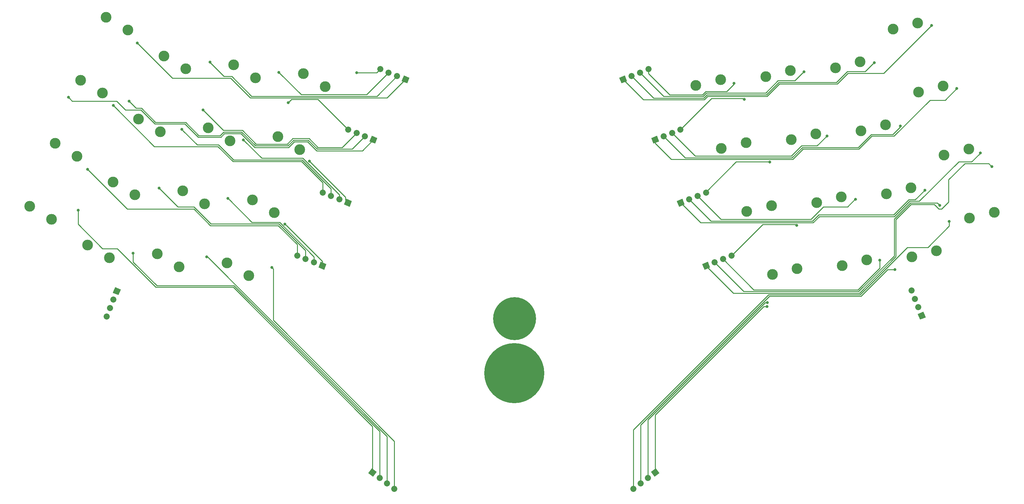
<source format=gbr>
G04 #@! TF.GenerationSoftware,KiCad,Pcbnew,(5.1.4)-1*
G04 #@! TF.CreationDate,2023-11-05T18:19:26-05:00*
G04 #@! TF.ProjectId,ThumbsUp,5468756d-6273-4557-902e-6b696361645f,rev?*
G04 #@! TF.SameCoordinates,Original*
G04 #@! TF.FileFunction,Copper,L1,Top*
G04 #@! TF.FilePolarity,Positive*
%FSLAX46Y46*%
G04 Gerber Fmt 4.6, Leading zero omitted, Abs format (unit mm)*
G04 Created by KiCad (PCBNEW (5.1.4)-1) date 2023-11-05 18:19:26*
%MOMM*%
%LPD*%
G04 APERTURE LIST*
%ADD10C,1.700000*%
%ADD11C,1.700000*%
%ADD12C,0.100000*%
%ADD13C,3.000000*%
%ADD14C,0.900000*%
%ADD15C,12.000000*%
%ADD16C,1.100000*%
%ADD17C,16.800000*%
%ADD18C,0.800000*%
%ADD19C,0.254000*%
G04 APERTURE END LIST*
D10*
X180794070Y-218967519D03*
D11*
X180794070Y-218967519D02*
X180794070Y-218967519D01*
D10*
X178439023Y-219919020D03*
D11*
X178439023Y-219919020D02*
X178439023Y-219919020D01*
D10*
X176083976Y-220870520D03*
D11*
X176083976Y-220870520D02*
X176083976Y-220870520D01*
D10*
X173728929Y-221822021D03*
D12*
G36*
X174835451Y-222291712D02*
G01*
X173259238Y-222928543D01*
X172622407Y-221352330D01*
X174198620Y-220715499D01*
X174835451Y-222291712D01*
X174835451Y-222291712D01*
G37*
D10*
X204001013Y-271067785D03*
D11*
X204001013Y-271067785D02*
X204001013Y-271067785D01*
D10*
X201645966Y-272019286D03*
D11*
X201645966Y-272019286D02*
X201645966Y-272019286D01*
D10*
X199290919Y-272970786D03*
D11*
X199290919Y-272970786D02*
X199290919Y-272970786D01*
D10*
X196935872Y-273922287D03*
D12*
G36*
X198042394Y-274391978D02*
G01*
X196466181Y-275028809D01*
X195829350Y-273452596D01*
X197405563Y-272815765D01*
X198042394Y-274391978D01*
X198042394Y-274391978D01*
G37*
D10*
X96906902Y-235836224D03*
D11*
X96906902Y-235836224D02*
X96906902Y-235836224D01*
D10*
X99261949Y-236787725D03*
D11*
X99261949Y-236787725D02*
X99261949Y-236787725D01*
D10*
X101616996Y-237739225D03*
D11*
X101616996Y-237739225D02*
X101616996Y-237739225D01*
D10*
X103972043Y-238690726D03*
D12*
G36*
X103502352Y-237584204D02*
G01*
X105078565Y-238221035D01*
X104441734Y-239797248D01*
X102865521Y-239160417D01*
X103502352Y-237584204D01*
X103502352Y-237584204D01*
G37*
D10*
X196883488Y-253451292D03*
D11*
X196883488Y-253451292D02*
X196883488Y-253451292D01*
D10*
X194528441Y-254402793D03*
D11*
X194528441Y-254402793D02*
X194528441Y-254402793D01*
D10*
X192173394Y-255354293D03*
D11*
X192173394Y-255354293D02*
X192173394Y-255354293D01*
D10*
X189818347Y-256305794D03*
D12*
G36*
X190924869Y-256775485D02*
G01*
X189348656Y-257412316D01*
X188711825Y-255836103D01*
X190288038Y-255199272D01*
X190924869Y-256775485D01*
X190924869Y-256775485D01*
G37*
D10*
X89789377Y-253452717D03*
D11*
X89789377Y-253452717D02*
X89789377Y-253452717D01*
D10*
X92144424Y-254404218D03*
D11*
X92144424Y-254404218D02*
X92144424Y-254404218D01*
D10*
X94499471Y-255355718D03*
D11*
X94499471Y-255355718D02*
X94499471Y-255355718D01*
D10*
X96854518Y-256307219D03*
D12*
G36*
X96384827Y-255200697D02*
G01*
X97961040Y-255837528D01*
X97324209Y-257413741D01*
X95747996Y-256776910D01*
X96384827Y-255200697D01*
X96384827Y-255200697D01*
G37*
D10*
X105878795Y-218968944D03*
D11*
X105878795Y-218968944D02*
X105878795Y-218968944D01*
D10*
X108233842Y-219920445D03*
D11*
X108233842Y-219920445D02*
X108233842Y-219920445D01*
D10*
X110588889Y-220871945D03*
D11*
X110588889Y-220871945D02*
X110588889Y-220871945D01*
D10*
X112943936Y-221823446D03*
D12*
G36*
X112474245Y-220716924D02*
G01*
X114050458Y-221353755D01*
X113413627Y-222929968D01*
X111837414Y-222293137D01*
X112474245Y-220716924D01*
X112474245Y-220716924D01*
G37*
D10*
X254313951Y-280809587D03*
D11*
X254313951Y-280809587D02*
X254313951Y-280809587D01*
D10*
X255265452Y-283164634D03*
D11*
X255265452Y-283164634D02*
X255265452Y-283164634D01*
D10*
X256216952Y-285519681D03*
D11*
X256216952Y-285519681D02*
X256216952Y-285519681D01*
D10*
X257168453Y-287874728D03*
D12*
G36*
X257638144Y-286768206D02*
G01*
X258274975Y-288344419D01*
X256698762Y-288981250D01*
X256061931Y-287405037D01*
X257638144Y-286768206D01*
X257638144Y-286768206D01*
G37*
D10*
X82671851Y-271069210D03*
D11*
X82671851Y-271069210D02*
X82671851Y-271069210D01*
D10*
X85026898Y-272020711D03*
D11*
X85026898Y-272020711D02*
X85026898Y-272020711D01*
D10*
X87381945Y-272972211D03*
D11*
X87381945Y-272972211D02*
X87381945Y-272972211D01*
D10*
X89736992Y-273923712D03*
D12*
G36*
X89267301Y-272817190D02*
G01*
X90843514Y-273454021D01*
X90206683Y-275030234D01*
X88630470Y-274393403D01*
X89267301Y-272817190D01*
X89267301Y-272817190D01*
G37*
D10*
X189765963Y-235834799D03*
D11*
X189765963Y-235834799D02*
X189765963Y-235834799D01*
D10*
X187410916Y-236786300D03*
D11*
X187410916Y-236786300D02*
X187410916Y-236786300D01*
D10*
X185055869Y-237737800D03*
D11*
X185055869Y-237737800D02*
X185055869Y-237737800D01*
D10*
X182700822Y-238689301D03*
D12*
G36*
X183807344Y-239158992D02*
G01*
X182231131Y-239795823D01*
X181594300Y-238219610D01*
X183170513Y-237582779D01*
X183807344Y-239158992D01*
X183807344Y-239158992D01*
G37*
D13*
X50685997Y-252985786D03*
X56782947Y-256581575D03*
X77293048Y-237850899D03*
X83389998Y-241446688D03*
X213562761Y-221043301D03*
X220446385Y-219394598D03*
X29313454Y-204444933D03*
X35410404Y-208040722D03*
X63057998Y-273083885D03*
X69154948Y-276679674D03*
X249170354Y-207735434D03*
X256053978Y-206086731D03*
X256287880Y-225351928D03*
X263171504Y-223703225D03*
X57803522Y-235369293D03*
X63900472Y-238965082D03*
X38313996Y-232887687D03*
X44410946Y-236483476D03*
X215425811Y-276374387D03*
X222309435Y-274725684D03*
X208308286Y-258757893D03*
X215191910Y-257109190D03*
X31196471Y-250504180D03*
X37293421Y-254099969D03*
X234915337Y-273892781D03*
X241798961Y-272244078D03*
X201190760Y-241141400D03*
X208074384Y-239492697D03*
X70175523Y-255467392D03*
X76272473Y-259063181D03*
X233052287Y-218561695D03*
X239935911Y-216912992D03*
X240169813Y-236178188D03*
X247053437Y-234529485D03*
X194073235Y-223524907D03*
X200956859Y-221876204D03*
X263405405Y-242968421D03*
X270289029Y-241319718D03*
X227797812Y-256276287D03*
X234681436Y-254627584D03*
X220680286Y-238659794D03*
X227563910Y-237011091D03*
X270522930Y-260584914D03*
X277406554Y-258936211D03*
X45431521Y-215271193D03*
X51528471Y-218866982D03*
X84410574Y-220234405D03*
X90507524Y-223830194D03*
X247287338Y-253794681D03*
X254170962Y-252145978D03*
X24078945Y-268120673D03*
X30175895Y-271716462D03*
X15078404Y-239677919D03*
X21175354Y-243273708D03*
X7960879Y-257294412D03*
X14057829Y-260890201D03*
X43568472Y-270602279D03*
X49665422Y-274198068D03*
X64921047Y-217752799D03*
X71017997Y-221348588D03*
X22195929Y-222061426D03*
X28292879Y-225657215D03*
X254404863Y-271411175D03*
X261288487Y-269762472D03*
D10*
X29428166Y-288088068D03*
D11*
X29428166Y-288088068D02*
X29428166Y-288088068D01*
D10*
X30379667Y-285733021D03*
D11*
X30379667Y-285733021D02*
X30379667Y-285733021D01*
D10*
X31331167Y-283377974D03*
D11*
X31331167Y-283377974D02*
X31331167Y-283377974D01*
D10*
X32282668Y-281022927D03*
D12*
G36*
X31176146Y-281492618D02*
G01*
X31812977Y-279916405D01*
X33389190Y-280553236D01*
X32752359Y-282129449D01*
X31176146Y-281492618D01*
X31176146Y-281492618D01*
G37*
D10*
X109815603Y-336255830D03*
D11*
X109815603Y-336255830D02*
X109815603Y-336255830D01*
D10*
X107787068Y-334727220D03*
D11*
X107787068Y-334727220D02*
X107787068Y-334727220D01*
D10*
X105758534Y-333198610D03*
D11*
X105758534Y-333198610D02*
X105758534Y-333198610D01*
D10*
X103730000Y-331670000D03*
D12*
G36*
X103897297Y-332860383D02*
G01*
X102539617Y-331837297D01*
X103562703Y-330479617D01*
X104920383Y-331502703D01*
X103897297Y-332860383D01*
X103897297Y-332860383D01*
G37*
D10*
X176642158Y-336305925D03*
D11*
X176642158Y-336305925D02*
X176642158Y-336305925D01*
D10*
X178670693Y-334777315D03*
D11*
X178670693Y-334777315D02*
X178670693Y-334777315D01*
D10*
X180699227Y-333248705D03*
D11*
X180699227Y-333248705D02*
X180699227Y-333248705D01*
D10*
X182727761Y-331720095D03*
D12*
G36*
X181537378Y-331552798D02*
G01*
X182895058Y-330529712D01*
X183918144Y-331887392D01*
X182560464Y-332910478D01*
X181537378Y-331552798D01*
X181537378Y-331552798D01*
G37*
D14*
X140248019Y-285488019D03*
X138930000Y-288670000D03*
X140248019Y-291851981D03*
X143430000Y-293170000D03*
X146611981Y-291851981D03*
X147930000Y-288670000D03*
X146611981Y-285488019D03*
X143430000Y-284170000D03*
D15*
X143430000Y-288670000D03*
D16*
X147784773Y-299515227D03*
X143330000Y-297670000D03*
X138875227Y-299515227D03*
X137030000Y-303970000D03*
X138875227Y-308424773D03*
X143330000Y-310270000D03*
X147784773Y-308424773D03*
X149630000Y-303970000D03*
D17*
X143330000Y-303970000D03*
D18*
X99328055Y-219956467D03*
X77580000Y-219870000D03*
X58330000Y-217020000D03*
X37980000Y-211620000D03*
X18785012Y-226825012D03*
X35730000Y-227920000D03*
X56405000Y-230395000D03*
X80130000Y-228370000D03*
X86061142Y-244638858D03*
X67669892Y-238730108D03*
X50430000Y-235770000D03*
X31330000Y-229120000D03*
X79261142Y-262238858D03*
X63305000Y-255045000D03*
X44130000Y-252210194D03*
X24130000Y-246970000D03*
X75580000Y-274370000D03*
X57416619Y-271393675D03*
X36830000Y-270420000D03*
X21477417Y-258417417D03*
X222280000Y-262597000D03*
X245409611Y-272394208D03*
X262230000Y-257069999D03*
X276780000Y-246220000D03*
X214730000Y-244920000D03*
X238680000Y-255370000D03*
X258080000Y-252770000D03*
X273580000Y-242370000D03*
X207580000Y-227370000D03*
X230680000Y-237620000D03*
X251180000Y-234870000D03*
X266980000Y-224370000D03*
X259880000Y-206770000D03*
X243880000Y-217120000D03*
X224230000Y-219670000D03*
X204730000Y-222920000D03*
X264830000Y-261520000D03*
X249630000Y-274970000D03*
X214029840Y-284224984D03*
X213930000Y-285320000D03*
D19*
X104927739Y-219920000D02*
X99364522Y-219920000D01*
X105878795Y-218968944D02*
X104927739Y-219920000D01*
X99364522Y-219920000D02*
X99328055Y-219956467D01*
X83767970Y-226057970D02*
X77979999Y-220269999D01*
X77979999Y-220269999D02*
X77580000Y-219870000D01*
X108233842Y-219920445D02*
X102096317Y-226057970D01*
X102096317Y-226057970D02*
X83767970Y-226057970D01*
X69921978Y-226511978D02*
X64380000Y-220970000D01*
X110588889Y-220871945D02*
X104948856Y-226511978D01*
X64380000Y-220970000D02*
X62230000Y-220970000D01*
X104948856Y-226511978D02*
X69921978Y-226511978D01*
X62230000Y-220970000D02*
X58330000Y-217070000D01*
X58330000Y-217070000D02*
X58330000Y-217020000D01*
X38379999Y-212019999D02*
X37980000Y-211620000D01*
X69575989Y-226965989D02*
X64084010Y-221474010D01*
X112943936Y-221823446D02*
X107801393Y-226965989D01*
X107801393Y-226965989D02*
X69575989Y-226965989D01*
X64084010Y-221474010D02*
X47834010Y-221474010D01*
X47834010Y-221474010D02*
X38379999Y-212019999D01*
X103972043Y-238690726D02*
X100880739Y-241782030D01*
X38984010Y-230324010D02*
X34734010Y-230324010D01*
X34734010Y-230324010D02*
X32280000Y-227870000D01*
X81860000Y-239240000D02*
X80280000Y-240820000D01*
X88142030Y-241782030D02*
X85600000Y-239240000D01*
X62334006Y-236970013D02*
X61330008Y-237974011D01*
X66966910Y-236970013D02*
X62334006Y-236970013D01*
X85600000Y-239240000D02*
X81860000Y-239240000D01*
X70816897Y-240820000D02*
X66966910Y-236970013D01*
X19185011Y-227225011D02*
X18785012Y-226825012D01*
X51334011Y-234274011D02*
X42934010Y-234274010D01*
X42934010Y-234274010D02*
X38984010Y-230324010D01*
X19830000Y-227870000D02*
X19185011Y-227225011D01*
X80280000Y-240820000D02*
X70816897Y-240820000D01*
X55034011Y-237974011D02*
X51334011Y-234274011D01*
X61330008Y-237974011D02*
X55034011Y-237974011D01*
X100880739Y-241782030D02*
X88142030Y-241782030D01*
X32280000Y-227870000D02*
X19830000Y-227870000D01*
X61141951Y-237520000D02*
X55230000Y-237520000D01*
X101616996Y-237739225D02*
X98072211Y-241284010D01*
X51530000Y-233820000D02*
X43122068Y-233820000D01*
X71004953Y-240365988D02*
X67154967Y-236516002D01*
X88286076Y-241284010D02*
X85788056Y-238785990D01*
X98072211Y-241284010D02*
X88286076Y-241284010D01*
X43122068Y-233820000D02*
X39172067Y-229869999D01*
X80076079Y-240365989D02*
X71004953Y-240365988D01*
X85788056Y-238785990D02*
X81656078Y-238785990D01*
X62145948Y-236516003D02*
X61141951Y-237520000D01*
X36129999Y-228319999D02*
X35730000Y-227920000D01*
X37679999Y-229869999D02*
X36129999Y-228319999D01*
X81656078Y-238785990D02*
X80076079Y-240365989D01*
X39172067Y-229869999D02*
X37679999Y-229869999D01*
X55230000Y-237520000D02*
X51530000Y-233820000D01*
X67154967Y-236516002D02*
X62145948Y-236516003D01*
X71193011Y-239911978D02*
X67343012Y-236061979D01*
X79888022Y-239911978D02*
X71193011Y-239911978D01*
X81468021Y-238331979D02*
X79888022Y-239911978D01*
X99261949Y-236787725D02*
X95219674Y-240830000D01*
X95219674Y-240830000D02*
X88474134Y-240830000D01*
X62071979Y-236061979D02*
X56804999Y-230794999D01*
X67343012Y-236061979D02*
X62071979Y-236061979D01*
X88474134Y-240830000D02*
X85976113Y-238331979D01*
X85976113Y-238331979D02*
X81468021Y-238331979D01*
X56804999Y-230794999D02*
X56405000Y-230395000D01*
X96906902Y-235836224D02*
X96896224Y-235836224D01*
X80529999Y-227970001D02*
X80130000Y-228370000D01*
X88480000Y-227420000D02*
X81080000Y-227420000D01*
X96896224Y-235836224D02*
X88480000Y-227420000D01*
X81080000Y-227420000D02*
X80529999Y-227970001D01*
X96854518Y-256307219D02*
X96130861Y-255583562D01*
X86461141Y-245038857D02*
X86061142Y-244638858D01*
X96130861Y-254708577D02*
X86461141Y-245038857D01*
X96130861Y-255583562D02*
X96130861Y-254708577D01*
X68069891Y-239130107D02*
X67669892Y-238730108D01*
X94499471Y-255355718D02*
X94499471Y-254105335D01*
X72801762Y-243861978D02*
X68069891Y-239130107D01*
X94499471Y-254105335D02*
X84256114Y-243861978D01*
X84256114Y-243861978D02*
X72801762Y-243861978D01*
X92144424Y-254404218D02*
X92144424Y-252392356D01*
X54775989Y-240115989D02*
X50829999Y-236169999D01*
X60713088Y-240115989D02*
X54775989Y-240115989D01*
X92144424Y-252392356D02*
X84068057Y-244315989D01*
X64913088Y-244315989D02*
X60713088Y-240115989D01*
X84068057Y-244315989D02*
X64913088Y-244315989D01*
X50829999Y-236169999D02*
X50430000Y-235770000D01*
X89789377Y-253452717D02*
X89789377Y-250679377D01*
X64725031Y-244770000D02*
X60525031Y-240570000D01*
X60525031Y-240570000D02*
X42780000Y-240570000D01*
X42780000Y-240570000D02*
X31729999Y-229519999D01*
X89789377Y-250679377D02*
X83880000Y-244770000D01*
X31729999Y-229519999D02*
X31330000Y-229120000D01*
X83880000Y-244770000D02*
X64725031Y-244770000D01*
X89736992Y-273923712D02*
X89736992Y-272714708D01*
X89736992Y-272714708D02*
X79661141Y-262638857D01*
X79661141Y-262638857D02*
X79261142Y-262238858D01*
X63704999Y-255444999D02*
X63305000Y-255045000D01*
X87381945Y-271387809D02*
X77756114Y-261761978D01*
X70021978Y-261761978D02*
X63704999Y-255444999D01*
X87381945Y-272972211D02*
X87381945Y-271387809D01*
X77756114Y-261761978D02*
X70021978Y-261761978D01*
X77568057Y-262215989D02*
X58618055Y-262215989D01*
X58618055Y-262215989D02*
X53872066Y-257470000D01*
X85026898Y-269674830D02*
X77568057Y-262215989D01*
X44529999Y-252610193D02*
X44130000Y-252210194D01*
X49389806Y-257470000D02*
X44529999Y-252610193D01*
X53872066Y-257470000D02*
X49389806Y-257470000D01*
X85026898Y-272020711D02*
X85026898Y-269674830D01*
X82671851Y-267961851D02*
X77380000Y-262670000D01*
X58429998Y-262670000D02*
X53827431Y-258067433D01*
X24529999Y-247369999D02*
X24130000Y-246970000D01*
X35227433Y-258067433D02*
X24529999Y-247369999D01*
X82671851Y-271069210D02*
X82671851Y-267961851D01*
X53827431Y-258067433D02*
X35227433Y-258067433D01*
X77380000Y-262670000D02*
X58429998Y-262670000D01*
X75979999Y-289119999D02*
X75979999Y-274769999D01*
X109815603Y-322955603D02*
X75979999Y-289119999D01*
X109815603Y-336255830D02*
X109815603Y-322955603D01*
X75979999Y-274769999D02*
X75580000Y-274370000D01*
X107787068Y-334727220D02*
X107787068Y-321592932D01*
X57651192Y-271457056D02*
X57480000Y-271457056D01*
X57480000Y-271457056D02*
X57416619Y-271393675D01*
X107787068Y-321592932D02*
X57651192Y-271457056D01*
X65018057Y-279465989D02*
X43465989Y-279465989D01*
X105758534Y-320206466D02*
X65018057Y-279465989D01*
X105758534Y-333198610D02*
X105758534Y-320206466D01*
X43465989Y-279465989D02*
X36830000Y-272830000D01*
X36830000Y-272830000D02*
X36830000Y-270420000D01*
X103730000Y-331670000D02*
X103730000Y-318820000D01*
X28280000Y-269120000D02*
X21477417Y-262317417D01*
X32380000Y-269120000D02*
X28280000Y-269120000D01*
X43180000Y-279920000D02*
X32380000Y-269120000D01*
X64830000Y-279920000D02*
X43180000Y-279920000D01*
X103730000Y-318820000D02*
X64830000Y-279920000D01*
X21477417Y-262317417D02*
X21477417Y-258417417D01*
X212725990Y-262324010D02*
X222007010Y-262324010D01*
X222007010Y-262324010D02*
X222280000Y-262597000D01*
X204001013Y-271067785D02*
X204001013Y-271048987D01*
X204001013Y-271048987D02*
X212725990Y-262324010D01*
X210246680Y-280620000D02*
X239380000Y-280620000D01*
X245430000Y-274570000D02*
X245430000Y-272414597D01*
X239380000Y-280620000D02*
X245430000Y-274570000D01*
X201645966Y-272019286D02*
X210246680Y-280620000D01*
X245430000Y-272414597D02*
X245409611Y-272394208D01*
X261830001Y-256670000D02*
X262230000Y-257069999D01*
X253977018Y-256328020D02*
X261488021Y-256328020D01*
X249480002Y-271162066D02*
X249480003Y-260825035D01*
X239534101Y-281107967D02*
X249480002Y-271162066D01*
X207428100Y-281107967D02*
X239534101Y-281107967D01*
X199290919Y-272970786D02*
X207428100Y-281107967D01*
X261488021Y-256328020D02*
X261830001Y-256670000D01*
X249480003Y-260825035D02*
X253977018Y-256328020D01*
X196935872Y-273922287D02*
X204575563Y-281561978D01*
X276380001Y-245820001D02*
X276780000Y-246220000D01*
X249934013Y-261013093D02*
X254165075Y-256782031D01*
X249934013Y-271350123D02*
X249934013Y-261013093D01*
X204575563Y-281561978D02*
X239722158Y-281561978D01*
X239722158Y-281561978D02*
X249934013Y-271350123D01*
X264657001Y-256068961D02*
X264657001Y-249868961D01*
X262678961Y-258047001D02*
X264657001Y-256068961D01*
X260666069Y-256782031D02*
X261931039Y-258047001D01*
X275880000Y-245320000D02*
X276380001Y-245820001D01*
X269205962Y-245320000D02*
X275880000Y-245320000D01*
X254165075Y-256782031D02*
X260666069Y-256782031D01*
X264657001Y-249868961D02*
X269205962Y-245320000D01*
X261931039Y-258047001D02*
X262678961Y-258047001D01*
X196883488Y-253266512D02*
X205330000Y-244820000D01*
X196883488Y-253451292D02*
X196883488Y-253266512D01*
X205330000Y-244820000D02*
X214630000Y-244820000D01*
X214630000Y-244820000D02*
X214730000Y-244920000D01*
X194528441Y-254402793D02*
X194562793Y-254402793D01*
X238480000Y-255370000D02*
X238680000Y-255370000D01*
X226230000Y-260920000D02*
X229730000Y-257420000D01*
X236430000Y-257420000D02*
X238480000Y-255370000D01*
X201080000Y-260920000D02*
X226230000Y-260920000D01*
X229730000Y-257420000D02*
X236430000Y-257420000D01*
X194562793Y-254402793D02*
X201080000Y-260920000D01*
X228379998Y-259670000D02*
X249350902Y-259670000D01*
X255380000Y-255420000D02*
X258030000Y-252770000D01*
X249350902Y-259670000D02*
X253600902Y-255420000D01*
X226634009Y-261415989D02*
X228379998Y-259670000D01*
X192173394Y-255354293D02*
X198235090Y-261415989D01*
X253600902Y-255420000D02*
X255380000Y-255420000D01*
X198235090Y-261415989D02*
X226634009Y-261415989D01*
X258030000Y-252770000D02*
X258080000Y-252770000D01*
X273180001Y-242769999D02*
X273580000Y-242370000D01*
X267504038Y-244845962D02*
X271104038Y-244845962D01*
X195382553Y-261870000D02*
X226822067Y-261869999D01*
X271104038Y-244845962D02*
X273180001Y-242769999D01*
X253788959Y-255874011D02*
X256475989Y-255874011D01*
X189818347Y-256305794D02*
X195382553Y-261870000D01*
X228568055Y-260124011D02*
X249538960Y-260124010D01*
X256475989Y-255874011D02*
X267504038Y-244845962D01*
X249538960Y-260124010D02*
X253788959Y-255874011D01*
X226822067Y-261869999D02*
X228568055Y-260124011D01*
X198480762Y-227120000D02*
X207330000Y-227120000D01*
X189765963Y-235834799D02*
X198480762Y-227120000D01*
X207330000Y-227120000D02*
X207580000Y-227370000D01*
X187410916Y-236786300D02*
X193894616Y-243270000D01*
X227930000Y-240370000D02*
X230680000Y-237620000D01*
X193894616Y-243270000D02*
X220730000Y-243270000D01*
X220730000Y-243270000D02*
X223630000Y-240370000D01*
X223630000Y-240370000D02*
X227930000Y-240370000D01*
X249080000Y-237220000D02*
X251180000Y-235120000D01*
X223818056Y-240824010D02*
X239425990Y-240824010D01*
X239425990Y-240824010D02*
X243030000Y-237220000D01*
X185055869Y-237737800D02*
X191042079Y-243724010D01*
X251180000Y-235120000D02*
X251180000Y-234870000D01*
X243030000Y-237220000D02*
X249080000Y-237220000D01*
X220918056Y-243724010D02*
X223818056Y-240824010D01*
X191042079Y-243724010D02*
X220918056Y-243724010D01*
X224006112Y-241278020D02*
X239614047Y-241278020D01*
X187172787Y-244178020D02*
X221106113Y-244178020D01*
X221372066Y-243912066D02*
X224006112Y-241278020D01*
X221106113Y-244178020D02*
X221372066Y-243912066D01*
X182700822Y-238689301D02*
X182700822Y-239706055D01*
X182700822Y-239706055D02*
X187172787Y-244178020D01*
X243218057Y-237674010D02*
X249451952Y-237674010D01*
X249451952Y-237674010D02*
X259480000Y-227645962D01*
X259480000Y-227645962D02*
X263704038Y-227645962D01*
X263704038Y-227645962D02*
X266980000Y-224370000D01*
X239614047Y-241278020D02*
X243218057Y-237674010D01*
X197378038Y-226548166D02*
X213951835Y-226548165D01*
X196444174Y-227482030D02*
X197378038Y-226548166D01*
X179388938Y-227482030D02*
X196444174Y-227482030D01*
X233554047Y-223078021D02*
X236558057Y-220074011D01*
X173728929Y-221822021D02*
X179388938Y-227482030D01*
X217421978Y-223078022D02*
X233554047Y-223078021D01*
X246575990Y-220074010D02*
X259480001Y-207169999D01*
X259480001Y-207169999D02*
X259880000Y-206770000D01*
X213951835Y-226548165D02*
X217421978Y-223078022D01*
X236558057Y-220074011D02*
X246575990Y-220074010D01*
X213747913Y-226094155D02*
X217218057Y-222624011D01*
X197189981Y-226094155D02*
X213747913Y-226094155D01*
X241380000Y-219620000D02*
X243480001Y-217519999D01*
X176083976Y-220870520D02*
X182241476Y-227028020D01*
X182241476Y-227028020D02*
X196256116Y-227028020D01*
X196256116Y-227028020D02*
X197189981Y-226094155D01*
X243480001Y-217519999D02*
X243880000Y-217120000D01*
X233365989Y-222624011D02*
X236370000Y-219620000D01*
X236370000Y-219620000D02*
X241380000Y-219620000D01*
X217218057Y-222624011D02*
X233365989Y-222624011D01*
X196068058Y-226574010D02*
X197001922Y-225640146D01*
X178439023Y-219919020D02*
X185094013Y-226574010D01*
X213559855Y-225640145D02*
X217030000Y-222170000D01*
X197001922Y-225640146D02*
X213559855Y-225640145D01*
X185094013Y-226574010D02*
X196068058Y-226574010D01*
X221730000Y-222170000D02*
X223830001Y-220069999D01*
X223830001Y-220069999D02*
X224230000Y-219670000D01*
X217030000Y-222170000D02*
X221730000Y-222170000D01*
X180794070Y-220169600D02*
X186744470Y-226120000D01*
X204730000Y-223170000D02*
X204730000Y-222920000D01*
X180794070Y-218967519D02*
X180794070Y-220169600D01*
X196813865Y-225186135D02*
X202713865Y-225186135D01*
X195880000Y-226120000D02*
X196813865Y-225186135D01*
X186744470Y-226120000D02*
X195880000Y-226120000D01*
X202713865Y-225186135D02*
X204730000Y-223170000D01*
X176642158Y-336305925D02*
X176642158Y-319762849D01*
X264830000Y-262810000D02*
X264830000Y-261520000D01*
X239910215Y-282015989D02*
X253156204Y-268770000D01*
X258870000Y-268770000D02*
X264830000Y-262810000D01*
X253156204Y-268770000D02*
X258870000Y-268770000D01*
X214389016Y-282015989D02*
X239910215Y-282015989D01*
X176642158Y-319762849D02*
X214389016Y-282015989D01*
X178670693Y-318376380D02*
X214577073Y-282470000D01*
X247680000Y-274970000D02*
X249630000Y-274970000D01*
X214577073Y-282470000D02*
X240180000Y-282470000D01*
X178670693Y-334777315D02*
X178670693Y-318376380D01*
X240180000Y-282470000D02*
X247680000Y-274970000D01*
X180699227Y-316989912D02*
X213464155Y-284224984D01*
X180699227Y-333248705D02*
X180699227Y-316989912D01*
X213464155Y-284224984D02*
X214029840Y-284224984D01*
X182727761Y-331720095D02*
X182727761Y-315622239D01*
X213030000Y-285320000D02*
X213930000Y-285320000D01*
X182727761Y-315622239D02*
X213030000Y-285320000D01*
M02*

</source>
